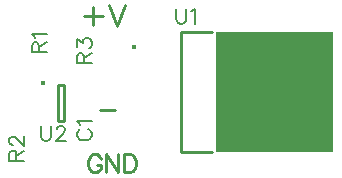
<source format=gto>
G04 DipTrace 3.0.0.2*
G04 crowbar.GTO*
%MOMM*%
G04 #@! TF.FileFunction,Legend,Top*
G04 #@! TF.Part,Single*
%ADD10C,0.25*%
%ADD16O,0.39045X0.39104*%
%ADD20O,0.39172X0.39127*%
%ADD38C,0.19608*%
%ADD39C,0.27451*%
%ADD40C,0.23529*%
%FSLAX35Y35*%
G04*
G71*
G90*
G75*
G01*
G04 TopSilk*
%LPD*%
X2574304Y2272769D2*
D10*
Y1252737D1*
Y2272769D2*
X2834261D1*
X2574304Y1252737D2*
X2834261D1*
D16*
X2172380Y2140377D3*
X1888310Y1613813D2*
D10*
X2018210D1*
D20*
X1407899Y1841116D3*
X1535260Y1817746D2*
D10*
Y1517760D1*
X1585260D1*
Y1817746D1*
X1535260D1*
G36*
X2874010Y2270760D2*
X3858260D1*
Y1254760D1*
X2874010D1*
Y2270760D1*
G37*
X2534634Y2468740D2*
D38*
Y2377630D1*
X2540670Y2359380D1*
X2552884Y2347307D1*
X2571134Y2341130D1*
X2583207D1*
X2601457Y2347307D1*
X2613670Y2359380D1*
X2619707Y2377630D1*
Y2468740D1*
X2658923Y2444313D2*
X2671136Y2450490D1*
X2689386Y2468600D1*
Y2341130D1*
X1372060Y2098384D2*
Y2152994D1*
X1365883Y2171244D1*
X1359847Y2177421D1*
X1347774Y2183457D1*
X1335560D1*
X1323487Y2177421D1*
X1317310Y2171244D1*
X1311273Y2152994D1*
Y2098384D1*
X1438883D1*
X1372060Y2140921D2*
X1438883Y2183457D1*
X1335700Y2222673D2*
X1329524Y2234886D1*
X1311414Y2253136D1*
X1438883D1*
X1181560Y1181579D2*
Y1236189D1*
X1175383Y1254439D1*
X1169347Y1260616D1*
X1157274Y1266652D1*
X1145060D1*
X1132987Y1260616D1*
X1126810Y1254439D1*
X1120773Y1236189D1*
Y1181579D1*
X1248383D1*
X1181560Y1224116D2*
X1248383Y1266652D1*
X1151237Y1312045D2*
X1145200D1*
X1132987Y1318082D1*
X1126950Y1324118D1*
X1120914Y1336331D1*
Y1360618D1*
X1126950Y1372691D1*
X1132987Y1378728D1*
X1145200Y1384905D1*
X1157274Y1384904D1*
X1169487Y1378728D1*
X1187597Y1366654D1*
X1248383Y1305868D1*
Y1390941D1*
X1753060Y2007079D2*
Y2061689D1*
X1746883Y2079939D1*
X1740847Y2086116D1*
X1728774Y2092152D1*
X1716560D1*
X1704487Y2086116D1*
X1698310Y2079939D1*
X1692273Y2061689D1*
Y2007079D1*
X1819883D1*
X1753060Y2049616D2*
X1819883Y2092152D1*
X1692414Y2143582D2*
Y2210264D1*
X1740987Y2173905D1*
Y2192154D1*
X1747024Y2204228D1*
X1753060Y2210264D1*
X1771310Y2216441D1*
X1783383D1*
X1801633Y2210264D1*
X1813847Y2198191D1*
X1819883Y2179941D1*
Y2161691D1*
X1813847Y2143581D1*
X1807670Y2137545D1*
X1795597Y2131368D1*
X1722597Y1444502D2*
X1710524Y1438466D1*
X1698310Y1426252D1*
X1692273Y1414179D1*
Y1389893D1*
X1698310Y1377679D1*
X1710523Y1365606D1*
X1722596Y1359429D1*
X1740846Y1353393D1*
X1771310D1*
X1789420Y1359429D1*
X1801633Y1365606D1*
X1813706Y1377679D1*
X1819883Y1389892D1*
Y1414179D1*
X1813706Y1426252D1*
X1801633Y1438465D1*
X1789420Y1444502D1*
X1716700Y1483718D2*
X1710524Y1495931D1*
X1692414Y1514181D1*
X1819883D1*
X1389856Y1475167D2*
Y1384057D1*
X1395892Y1365807D1*
X1408106Y1353734D1*
X1426356Y1347557D1*
X1438429D1*
X1456679Y1353734D1*
X1468892Y1365807D1*
X1474929Y1384057D1*
Y1475167D1*
X1520321Y1444703D2*
Y1450740D1*
X1526358Y1462953D1*
X1532395Y1468990D1*
X1544608Y1475026D1*
X1568895D1*
X1580968Y1468990D1*
X1587004Y1462953D1*
X1593181Y1450740D1*
Y1438667D1*
X1587004Y1426453D1*
X1574931Y1408344D1*
X1514145Y1347557D1*
X1599218D1*
X1833331Y2483332D2*
D39*
Y2330228D1*
X1756878Y2406682D2*
X1909981D1*
X1964883Y2496205D2*
X2032885Y2317551D1*
X2100888Y2496205D1*
X1896000Y1198432D2*
D40*
X1888756Y1212920D1*
X1874100Y1227576D1*
X1859612Y1234820D1*
X1830468D1*
X1815812Y1227576D1*
X1801324Y1212920D1*
X1793912Y1198432D1*
X1786668Y1176532D1*
Y1139976D1*
X1793912Y1118245D1*
X1801324Y1103588D1*
X1815812Y1089101D1*
X1830468Y1081688D1*
X1859612D1*
X1874100Y1089101D1*
X1888756Y1103588D1*
X1896000Y1118245D1*
Y1139976D1*
X1859612D1*
X2045146Y1234820D2*
Y1081688D1*
X1943058Y1234820D1*
Y1081688D1*
X2092205Y1234820D2*
Y1081688D1*
X2143249D1*
X2165149Y1089101D1*
X2179805Y1103588D1*
X2187049Y1118245D1*
X2194293Y1139976D1*
Y1176532D1*
X2187049Y1198432D1*
X2179805Y1212920D1*
X2165149Y1227576D1*
X2143249Y1234820D1*
X2092205D1*
M02*

</source>
